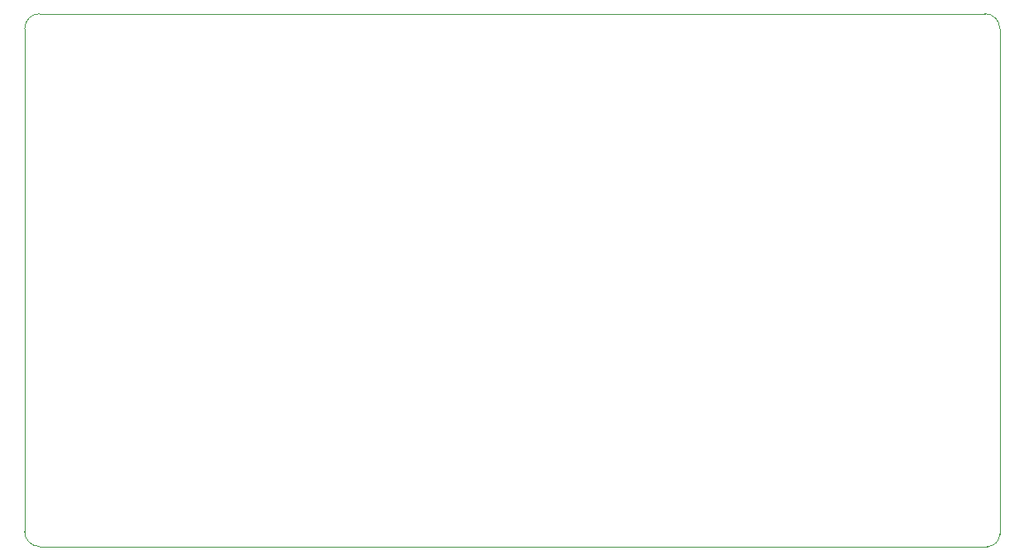
<source format=gm1>
%TF.GenerationSoftware,KiCad,Pcbnew,5.1.8*%
%TF.CreationDate,2020-11-24T20:22:10-06:00*%
%TF.ProjectId,e54-GFX-Development-Board,6535342d-4746-4582-9d44-6576656c6f70,rev?*%
%TF.SameCoordinates,Original*%
%TF.FileFunction,Profile,NP*%
%FSLAX46Y46*%
G04 Gerber Fmt 4.6, Leading zero omitted, Abs format (unit mm)*
G04 Created by KiCad (PCBNEW 5.1.8) date 2020-11-24 20:22:10*
%MOMM*%
%LPD*%
G01*
G04 APERTURE LIST*
%TA.AperFunction,Profile*%
%ADD10C,0.050000*%
%TD*%
G04 APERTURE END LIST*
D10*
X96012000Y-70358000D02*
X192786000Y-70358000D01*
X194310000Y-71882000D02*
X194310000Y-123698000D01*
X192786000Y-70358000D02*
G75*
G02*
X194310000Y-71882000I0J-1524000D01*
G01*
X94488000Y-71882000D02*
G75*
G02*
X96012000Y-70358000I1524000J0D01*
G01*
X96012000Y-124968000D02*
G75*
G02*
X94488000Y-123444000I0J1524000D01*
G01*
X194310000Y-123698000D02*
G75*
G02*
X193040000Y-124968000I-1270000J0D01*
G01*
X94488000Y-123444000D02*
X94488000Y-71882000D01*
X193040000Y-124968000D02*
X96012000Y-124968000D01*
M02*

</source>
